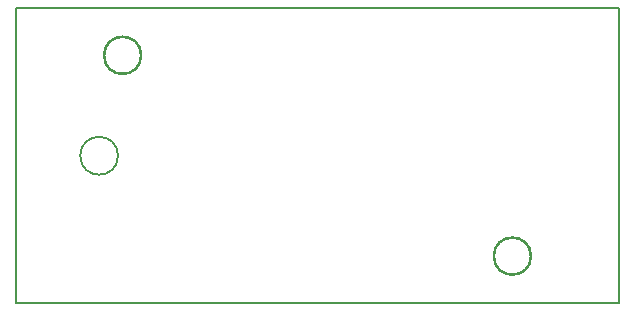
<source format=gbr>
%TF.GenerationSoftware,KiCad,Pcbnew,8.0.6*%
%TF.CreationDate,2024-11-14T22:36:56-05:00*%
%TF.ProjectId,BoostPCB,426f6f73-7450-4434-922e-6b696361645f,rev?*%
%TF.SameCoordinates,Original*%
%TF.FileFunction,Profile,NP*%
%FSLAX46Y46*%
G04 Gerber Fmt 4.6, Leading zero omitted, Abs format (unit mm)*
G04 Created by KiCad (PCBNEW 8.0.6) date 2024-11-14 22:36:56*
%MOMM*%
%LPD*%
G01*
G04 APERTURE LIST*
%TA.AperFunction,Profile*%
%ADD10C,0.200000*%
%TD*%
%TA.AperFunction,Profile*%
%ADD11C,0.050000*%
%TD*%
G04 APERTURE END LIST*
D10*
X50612150Y-100000000D02*
G75*
G02*
X47412150Y-100000000I-1600000J0D01*
G01*
X47412150Y-100000000D02*
G75*
G02*
X50612150Y-100000000I1600000J0D01*
G01*
X93000000Y-87500000D02*
X93000000Y-112500000D01*
X85600000Y-108500000D02*
G75*
G02*
X82400000Y-108500000I-1600000J0D01*
G01*
X82400000Y-108500000D02*
G75*
G02*
X85600000Y-108500000I1600000J0D01*
G01*
X93000000Y-112500000D02*
X42000000Y-112500000D01*
X42000000Y-87500000D02*
X42000000Y-112500000D01*
X52600000Y-91500000D02*
G75*
G02*
X49400000Y-91500000I-1600000J0D01*
G01*
X49400000Y-91500000D02*
G75*
G02*
X52600000Y-91500000I1600000J0D01*
G01*
X93000000Y-87500000D02*
X42000000Y-87500000D01*
D11*
%TO.C,U1*%
X52500000Y-91500000D02*
G75*
G02*
X49500000Y-91500000I-1500000J0D01*
G01*
X49500000Y-91500000D02*
G75*
G02*
X52500000Y-91500000I1500000J0D01*
G01*
X85500000Y-108500000D02*
G75*
G02*
X82500000Y-108500000I-1500000J0D01*
G01*
X82500000Y-108500000D02*
G75*
G02*
X85500000Y-108500000I1500000J0D01*
G01*
%TD*%
M02*

</source>
